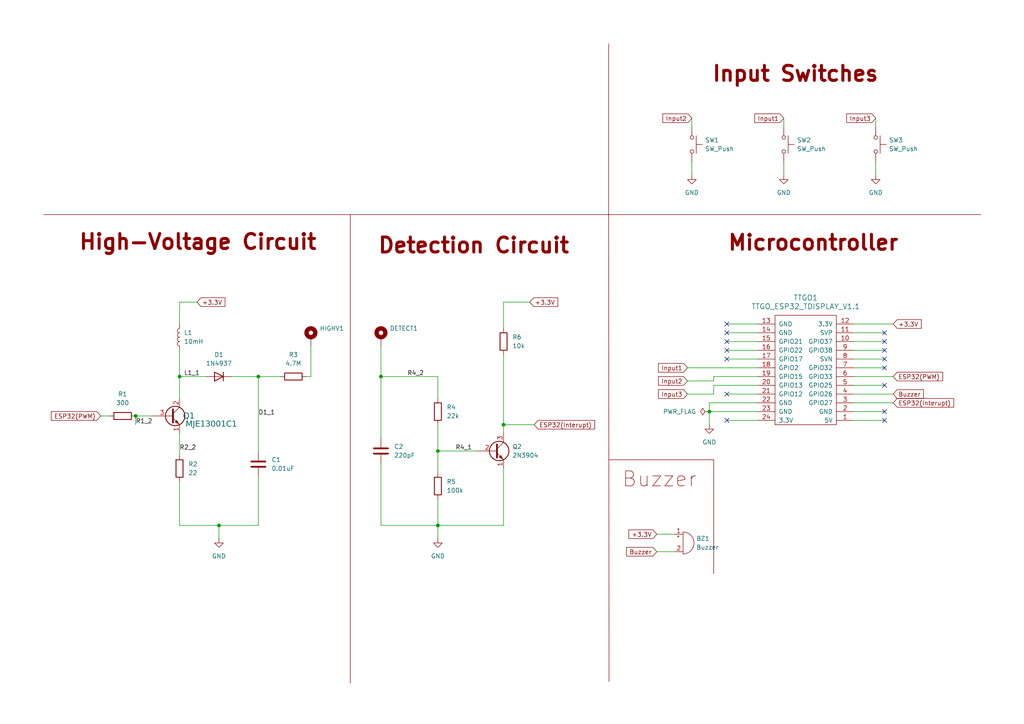
<source format=kicad_sch>
(kicad_sch (version 20231120) (generator "eeschema") (generator_version "8.0")
  (paper "A4")
  (title_block (title "OpenRad") (date "26-4-2024") (rev "1.1") (company "@OmarKhorshid,@M-run"))
  (lib_symbols
    (symbol "Device:Buzzer" (pin_names (offset 0.0254) hide)
      (property "Reference" "BZ" (at 3.81 1.27 0))
      (property "Value" "Buzzer" (at 3.81 -1.27 0))
      (symbol "Buzzer_0_1"
        (arc (start 0 -3.175) (mid 3.1612 0) (end 0 3.175))
        (polyline (pts (xy -1.651 1.905) (xy -1.143 1.905)))
        (polyline (pts (xy -1.397 2.159) (xy -1.397 1.651)))
        (polyline (pts (xy 0 3.175) (xy 0 -3.175)))
      )
      (symbol "Buzzer_1_1"
        (pin passive line (at -2.54 2.54 0) (length 2.54) (name "+") (number "1"))
        (pin passive line (at -2.54 -2.54 0) (length 2.54) (name "-") (number "2"))
      )
    )
    (symbol "Device:C" (pin_numbers hide) (pin_names (offset 0.254))
      (property "Reference" "C" (at 0.635 2.54 0))
      (property "Value" "C" (at 0.635 -2.54 0))
      (symbol "C_0_1"
        (polyline (pts (xy -2.032 -0.762) (xy 2.032 -0.762)) (stroke (width 0.508)))
        (polyline (pts (xy -2.032 0.762) (xy 2.032 0.762)) (stroke (width 0.508)))
      )
      (symbol "C_1_1"
        (pin passive line (at 0 3.81 270) (length 2.794) (name "~") (number "1"))
        (pin passive line (at 0 -3.81 90) (length 2.794) (name "~") (number "2"))
      )
    )
    (symbol "Device:L" (pin_numbers hide) (pin_names (offset 1.016) hide)
      (property "Reference" "L" (at -1.27 0 90))
      (property "Value" "L" (at 1.905 0 90))
      (symbol "L_0_1"
        (arc (start 0 -2.54) (mid 0.6323 -1.905) (end 0 -1.27))
        (arc (start 0 -1.27) (mid 0.6323 -0.635) (end 0 0))
        (arc (start 0 0) (mid 0.6323 0.635) (end 0 1.27))
        (arc (start 0 1.27) (mid 0.6323 1.905) (end 0 2.54))
      )
      (symbol "L_1_1"
        (pin passive line (at 0 3.81 270) (length 1.27) (name "1") (number "1"))
        (pin passive line (at 0 -3.81 90) (length 1.27) (name "2") (number "2"))
      )
    )
    (symbol "Device:R" (pin_numbers hide) (pin_names (offset 0))
      (property "Reference" "R" (at 2.032 0 90))
      (property "Value" "R" (at 0 0 90))
      (symbol "R_0_1"
        (rectangle (start -1.016 -2.54) (end 1.016 2.54) (stroke (width 0.254)))
      )
      (symbol "R_1_1"
        (pin passive line (at 0 3.81 270) (length 1.27) (name "~") (number "1"))
        (pin passive line (at 0 -3.81 90) (length 1.27) (name "~") (number "2"))
      )
    )
    (symbol "Diode:1N4001" (pin_numbers hide) (pin_names hide)
      (property "Reference" "D" (at 0 2.54 0))
      (property "Value" "1N4001" (at 0 -2.54 0))
      (symbol "1N4001_0_1"
        (polyline (pts (xy -1.27 1.27) (xy -1.27 -1.27)) (stroke (width 0.254)))
        (polyline (pts (xy 1.27 0) (xy -1.27 0)))
        (polyline (pts (xy 1.27 1.27) (xy 1.27 -1.27) (xy -1.27 0) (xy 1.27 1.27)) (stroke (width 0.254)))
      )
      (symbol "1N4001_1_1"
        (pin passive line (at -3.81 0 0) (length 2.54) (name "K") (number "1"))
        (pin passive line (at 3.81 0 180) (length 2.54) (name "A") (number "2"))
      )
    )
    (symbol "Mechanical:MountingHole_Pad" (pin_numbers hide) (pin_names (offset 1.016) hide) (exclude_from_sim yes) (in_bom no)
      (property "Reference" "H" (at 0 6.35 0))
      (property "Value" "MountingHole_Pad" (at 0 4.445 0))
      (symbol "MountingHole_Pad_0_1"
        (circle (center 0 1.27) (radius 1.27) (stroke (width 1.27)))
      )
      (symbol "MountingHole_Pad_1_1"
        (pin input line (at 0 -2.54 90) (length 2.54) (name "1") (number "1"))
      )
    )
    (symbol "Switch:SW_Push" (pin_numbers hide) (pin_names (offset 1.016) hide)
      (property "Reference" "SW" (at 1.27 2.54 0))
      (property "Value" "SW_Push" (at 0 -1.524 0))
      (symbol "SW_Push_0_1"
        (circle (center -2.032 0) (radius 0.508))
        (polyline (pts (xy 0 1.27) (xy 0 3.048)))
        (polyline (pts (xy 2.54 1.27) (xy -2.54 1.27)))
        (circle (center 2.032 0) (radius 0.508))
        (pin passive line (at -5.08 0 0) (length 2.54) (name "1") (number "1"))
        (pin passive line (at 5.08 0 180) (length 2.54) (name "2") (number "2"))
      )
    )
    (symbol "Transistor_BJT:2N3904" (pin_names (offset 0) hide)
      (property "Reference" "Q" (at 5.08 1.905 0))
      (property "Value" "2N3904" (at 5.08 0 0))
      (symbol "2N3904_0_1"
        (polyline (pts (xy 0.635 0.635) (xy 2.54 2.54)))
        (polyline (pts (xy 0.635 -0.635) (xy 2.54 -2.54) (xy 2.54 -2.54)))
        (polyline (pts (xy 0.635 1.905) (xy 0.635 -1.905) (xy 0.635 -1.905)) (stroke (width 0.508)))
        (polyline (pts (xy 1.27 -1.778) (xy 1.778 -1.27) (xy 2.286 -2.286) (xy 1.27 -1.778) (xy 1.27 -1.778)) (fill (type outline)))
        (circle (center 1.27 0) (radius 2.8194) (stroke (width 0.254)))
      )
      (symbol "2N3904_1_1"
        (pin passive line (at 2.54 -5.08 90) (length 2.54) (name "E") (number "1"))
        (pin passive line (at -5.08 0 0) (length 5.715) (name "B") (number "2"))
        (pin passive line (at 2.54 5.08 270) (length 2.54) (name "C") (number "3"))
      )
    )
    (symbol "Transistor_BJT:BF457" (pin_names (offset 0) hide)
      (property "Reference" "Q" (at 5.08 1.905 0))
      (property "Value" "BF457" (at 5.08 0 0))
      (symbol "BF457_0_1"
        (polyline (pts (xy 0 0) (xy 0.635 0)))
        (polyline (pts (xy 0.635 0.635) (xy 2.54 2.54)))
        (polyline (pts (xy 0.635 -0.635) (xy 2.54 -2.54) (xy 2.54 -2.54)))
        (polyline (pts (xy 0.635 1.905) (xy 0.635 -1.905) (xy 0.635 -1.905)) (stroke (width 0.508)))
        (polyline (pts (xy 1.27 -1.778) (xy 1.778 -1.27) (xy 2.286 -2.286) (xy 1.27 -1.778) (xy 1.27 -1.778)) (fill (type outline)))
        (circle (center 1.27 0) (radius 2.8194) (stroke (width 0.254)))
      )
      (symbol "BF457_1_1"
        (pin passive line (at 2.54 -5.08 90) (length 2.54) (name "E") (number "1"))
        (pin passive line (at 2.54 5.08 270) (length 2.54) (name "C") (number "2"))
        (pin input line (at -5.08 0 0) (length 5.08) (name "B") (number "3"))
      )
    )
    (symbol "power:GND" (power) (pin_numbers hide) (pin_names (offset 0) hide)
      (property "Value" "GND" (at 0 -3.81 0))
      (symbol "GND_0_1"
        (polyline (pts (xy 0 0) (xy 0 -1.27) (xy 1.27 -1.27) (xy 0 -2.54) (xy -1.27 -1.27) (xy 0 -1.27)))
      )
      (symbol "GND_1_1"
        (pin power_in line (at 0 0 270) (length 0) (name "~") (number "1"))
      )
    )
    (symbol "power:PWR_FLAG" (power) (pin_numbers hide) (pin_names (offset 0) hide)
      (property "Value" "PWR_FLAG" (at 0 3.81 0))
      (symbol "PWR_FLAG_0_0"
        (pin power_out line (at 0 0 90) (length 0) (name "~") (number "1"))
      )
      (symbol "PWR_FLAG_0_1"
        (polyline (pts (xy 0 0) (xy 0 1.27) (xy -1.016 1.905) (xy 0 2.54) (xy 1.016 1.905) (xy 0 1.27)))
      )
    )
    (symbol "ttgo_esp32:TTGO_ESP32_TDISPLAY_V1.1" (pin_names (offset 1.016))
      (property "Reference" "TTGO" (at 8.89 34.29 0))
      (property "Value" "TTGO_ESP32_TDISPLAY_V1.1" (at 8.89 -2.54 0))
      (symbol "TTGO_ESP32_TDISPLAY_V1.1_0_1"
        (rectangle (start 0 0) (end 17.78 31.75))
      )
      (symbol "TTGO_ESP32_TDISPLAY_V1.1_1_1"
        (pin power_out line (at 22.86 1.27 180) (length 5.08) (name "5V") (number "1"))
        (pin bidirectional line (at 22.86 24.13 180) (length 5.08) (name "GPIO37") (number "10"))
        (pin bidirectional line (at 22.86 26.67 180) (length 5.08) (name "SVP") (number "11"))
        (pin power_out line (at 22.86 29.21 180) (length 5.08) (name "3.3V") (number "12"))
        (pin power_in line (at -5.08 29.21 0) (length 5.08) (name "GND") (number "13"))
        (pin power_in line (at -5.08 26.67 0) (length 5.08) (name "GND") (number "14"))
        (pin bidirectional line (at -5.08 24.13 0) (length 5.08) (name "GPIO21") (number "15"))
        (pin bidirectional line (at -5.08 21.59 0) (length 5.08) (name "GPIO22") (number "16"))
        (pin bidirectional line (at -5.08 19.05 0) (length 5.08) (name "GPIO17") (number "17"))
        (pin bidirectional line (at -5.08 16.51 0) (length 5.08) (name "GPIO2") (number "18"))
        (pin bidirectional line (at -5.08 13.97 0) (length 5.08) (name "GPIO15") (number "19"))
        (pin power_in line (at 22.86 3.81 180) (length 5.08) (name "GND") (number "2"))
        (pin bidirectional line (at -5.08 11.43 0) (length 5.08) (name "GPIO13") (number "20"))
        (pin bidirectional line (at -5.08 8.89 0) (length 5.08) (name "GPIO12") (number "21"))
        (pin power_in line (at -5.08 6.35 0) (length 5.08) (name "GND") (number "22"))
        (pin power_in line (at -5.08 3.81 0) (length 5.08) (name "GND") (number "23"))
        (pin power_out line (at -5.08 1.27 0) (length 5.08) (name "3.3V") (number "24"))
        (pin bidirectional line (at 22.86 6.35 180) (length 5.08) (name "GPIO27") (number "3"))
        (pin bidirectional line (at 22.86 8.89 180) (length 5.08) (name "GPIO26") (number "4"))
        (pin bidirectional line (at 22.86 11.43 180) (length 5.08) (name "GPIO25") (number "5"))
        (pin bidirectional line (at 22.86 13.97 180) (length 5.08) (name "GPIO33") (number "6"))
        (pin bidirectional line (at 22.86 16.51 180) (length 5.08) (name "GPIO32") (number "7"))
        (pin bidirectional line (at 22.86 19.05 180) (length 5.08) (name "SVN") (number "8"))
        (pin bidirectional line (at 22.86 21.59 180) (length 5.08) (name "GPIO38") (number "9"))
      )
    )
  )
  (junction (at 127 152.4))
  (junction (at 205.74 119.38))
  (junction (at 52.07 109.22))
  (junction (at 110.49 109.22))
  (junction (at 146.05 123.19))
  (junction (at 74.93 109.22))
  (junction (at 39.37 120.65))
  (junction (at 127 130.81))
  (junction (at 63.5 152.4))
  (no_connect (at 210.82 114.3))
  (no_connect (at 256.54 96.52))
  (no_connect (at 210.82 99.06))
  (no_connect (at 256.54 121.92))
  (no_connect (at 256.54 119.38))
  (no_connect (at 256.54 104.14))
  (no_connect (at 210.82 101.6))
  (no_connect (at 256.54 111.76))
  (no_connect (at 256.54 101.6))
  (no_connect (at 210.82 96.52))
  (no_connect (at 210.82 93.98))
  (no_connect (at 210.82 104.14))
  (no_connect (at 256.54 99.06))
  (no_connect (at 256.54 106.68))
  (no_connect (at 210.82 121.92))
  (wire (pts (xy 210.82 121.92) (xy 219.71 121.92)))
  (wire (pts (xy 39.37 120.65) (xy 44.45 120.65)))
  (wire (pts (xy 127 152.4) (xy 127 144.78)))
  (wire (pts (xy 52.07 101.6) (xy 52.07 109.22)))
  (wire (pts (xy 247.65 106.68) (xy 256.54 106.68)))
  (wire (pts (xy 190.5 160.02) (xy 195.58 160.02)))
  (polyline (pts (xy 176.53 62.23) (xy 176.6443 197.6877)) (stroke (width 0) (color 136 0 0 1)))
  (wire (pts (xy 207.01 111.76) (xy 219.71 111.76)))
  (wire (pts (xy 199.39 114.3) (xy 207.01 114.3)))
  (wire (pts (xy 39.37 123.19) (xy 39.37 120.65)))
  (wire (pts (xy 247.65 121.92) (xy 256.54 121.92)))
  (wire (pts (xy 74.93 138.43) (xy 74.93 152.4)))
  (wire (pts (xy 127 123.19) (xy 127 130.81)))
  (wire (pts (xy 199.39 110.49) (xy 207.01 110.49)))
  (wire (pts (xy 127 156.21) (xy 127 152.4)))
  (wire (pts (xy 254 34.29) (xy 254 36.83)))
  (wire (pts (xy 247.65 114.3) (xy 259.08 114.3)))
  (polyline (pts (xy 12.7 62.23) (xy 176.53 62.23)) (stroke (width 0) (color 136 0 0 1)))
  (wire (pts (xy 247.65 104.14) (xy 256.54 104.14)))
  (wire (pts (xy 52.07 109.22) (xy 52.07 115.57)))
  (wire (pts (xy 247.65 99.06) (xy 256.54 99.06)))
  (wire (pts (xy 52.07 87.63) (xy 52.07 93.98)))
  (wire (pts (xy 110.49 100.33) (xy 110.49 109.22)))
  (wire (pts (xy 210.82 99.06) (xy 219.71 99.06)))
  (wire (pts (xy 57.15 87.63) (xy 52.07 87.63)))
  (wire (pts (xy 63.5 156.21) (xy 63.5 152.4)))
  (wire (pts (xy 247.65 101.6) (xy 256.54 101.6)))
  (wire (pts (xy 207.01 109.22) (xy 219.71 109.22)))
  (polyline (pts (xy 176.53 133.35) (xy 207.01 133.35)) (stroke (width 0) (color 136 0 0 1)))
  (wire (pts (xy 146.05 123.19) (xy 146.05 125.73)))
  (wire (pts (xy 227.33 50.8) (xy 227.33 46.99)))
  (wire (pts (xy 210.82 114.3) (xy 219.71 114.3)))
  (wire (pts (xy 74.93 109.22) (xy 67.31 109.22)))
  (wire (pts (xy 90.17 100.33) (xy 90.17 109.22)))
  (wire (pts (xy 254 46.99) (xy 254 50.8)))
  (polyline (pts (xy 101.6 62.23) (xy 101.6 198.12)) (stroke (width 0) (color 136 0 0 1)))
  (wire (pts (xy 127 152.4) (xy 146.05 152.4)))
  (wire (pts (xy 146.05 87.63) (xy 146.05 95.25)))
  (wire (pts (xy 29.21 120.65) (xy 31.75 120.65)))
  (polyline (pts (xy 284.48 62.23) (xy 176.53 62.23)) (stroke (width 0) (color 136 0 0 1)))
  (wire (pts (xy 227.33 34.29) (xy 227.33 36.83)))
  (wire (pts (xy 110.49 109.22) (xy 127 109.22)))
  (wire (pts (xy 247.65 116.84) (xy 259.08 116.84)))
  (wire (pts (xy 247.65 96.52) (xy 256.54 96.52)))
  (wire (pts (xy 59.69 109.22) (xy 52.07 109.22)))
  (wire (pts (xy 247.65 109.22) (xy 259.08 109.22)))
  (wire (pts (xy 127 130.81) (xy 127 137.16)))
  (wire (pts (xy 207.01 114.3) (xy 207.01 111.76)))
  (wire (pts (xy 247.65 119.38) (xy 256.54 119.38)))
  (wire (pts (xy 90.17 109.22) (xy 88.9 109.22)))
  (wire (pts (xy 74.93 152.4) (xy 63.5 152.4)))
  (wire (pts (xy 52.07 139.7) (xy 52.07 152.4)))
  (wire (pts (xy 110.49 152.4) (xy 127 152.4)))
  (wire (pts (xy 154.94 123.19) (xy 146.05 123.19)))
  (wire (pts (xy 205.74 119.38) (xy 219.71 119.38)))
  (wire (pts (xy 247.65 111.76) (xy 256.54 111.76)))
  (wire (pts (xy 127 109.22) (xy 127 115.57)))
  (wire (pts (xy 205.74 116.84) (xy 219.71 116.84)))
  (wire (pts (xy 205.74 116.84) (xy 205.74 119.38)))
  (wire (pts (xy 210.82 93.98) (xy 219.71 93.98)))
  (wire (pts (xy 190.5 154.94) (xy 195.58 154.94)))
  (wire (pts (xy 110.49 134.62) (xy 110.49 152.4)))
  (wire (pts (xy 207.01 110.49) (xy 207.01 109.22)))
  (wire (pts (xy 200.66 34.29) (xy 200.66 36.83)))
  (wire (pts (xy 205.74 119.38) (xy 205.74 123.19)))
  (wire (pts (xy 247.65 93.98) (xy 259.08 93.98)))
  (wire (pts (xy 210.82 104.14) (xy 219.71 104.14)))
  (wire (pts (xy 210.82 96.52) (xy 219.71 96.52)))
  (wire (pts (xy 153.67 87.63) (xy 146.05 87.63)))
  (wire (pts (xy 52.07 125.73) (xy 52.07 132.08)))
  (wire (pts (xy 127 130.81) (xy 138.43 130.81)))
  (wire (pts (xy 200.66 50.8) (xy 200.66 46.99)))
  (wire (pts (xy 199.39 106.68) (xy 219.71 106.68)))
  (wire (pts (xy 74.93 130.81) (xy 74.93 109.22)))
  (polyline (pts (xy 176.53 12.7) (xy 176.53 62.23)) (stroke (width 0) (color 136 0 0 1)))
  (polyline (pts (xy 207.01 133.35) (xy 207.01 166.37)) (stroke (width 0) (color 136 0 0 1)))
  (wire (pts (xy 146.05 135.89) (xy 146.05 152.4)))
  (wire (pts (xy 210.82 101.6) (xy 219.71 101.6)))
  (wire (pts (xy 110.49 127) (xy 110.49 109.22)))
  (wire (pts (xy 52.07 152.4) (xy 63.5 152.4)))
  (wire (pts (xy 81.28 109.22) (xy 74.93 109.22)))
  (wire (pts (xy 146.05 102.87) (xy 146.05 123.19)))
  (text "Input Switches" (at 206.248 19.05 0) (effects (font (size 4.3434 4.3434) (thickness 0.8687) (bold yes)) (justify left top)))
  (text "Buzzer" (at 180.34 136.6266 0) (effects (font (size 4.3434 4.3434)) (justify left top)))
  (text "Microcontroller" (at 210.82 68.0466 0) (effects (font (size 4.3434 4.3434) (thickness 0.8687) (bold yes)) (justify left top)))
  (text "High-Voltage Circuit" (at 57.404 67.818 0) (effects (font (size 4.3434 4.3434) (thickness 0.8687) (bold yes)) (justify top)))
  (text "Detection Circuit" (at 137.414 71.374 0) (effects (font (size 4.3434 4.3434) (thickness 0.8687) (bold yes))))
  (label "R1_2" (at 39.37 123.19 0))
  (label "R2_2" (at 52.07 130.81 0))
  (label "L1_1" (at 53.34 109.22 0))
  (label "R4_1" (at 132.08 130.81 0))
  (label "D1_1" (at 74.93 120.65 0))
  (label "R4_2" (at 118.11 109.22 0))
  (global_label "Input2" (shape input) (at 200.66 34.29 180) (property "Intersheetrefs" "${INTERSHEET_REFS}" (effects (hide yes))))
  (global_label "Input3" (shape input) (at 254 34.29 180) (property "Intersheetrefs" "${INTERSHEET_REFS}" (effects (hide yes))))
  (global_label "+3.3V" (shape input) (at 153.67 87.63 0) (property "Intersheetrefs" "${INTERSHEET_REFS}" (effects (hide yes))))
  (global_label "Input2" (shape input) (at 199.39 110.49 180) (property "Intersheetrefs" "${INTERSHEET_REFS}" (effects (hide yes))))
  (global_label "Input1" (shape input) (at 227.33 34.29 180) (property "Intersheetrefs" "${INTERSHEET_REFS}" (effects (hide yes))))
  (global_label "ESP32(PWM)" (shape input) (at 259.08 109.22 0) (property "Intersheetrefs" "${INTERSHEET_REFS}" (effects (hide yes))))
  (global_label "ESP32(Interupt)" (shape input) (at 154.94 123.19 0) (property "Intersheetrefs" "${INTERSHEET_REFS}" (effects (hide yes))))
  (global_label "ESP32(Interupt)" (shape input) (at 259.08 116.84 0) (property "Intersheetrefs" "${INTERSHEET_REFS}" (effects (hide yes))))
  (global_label "Input1" (shape input) (at 199.39 106.68 180) (property "Intersheetrefs" "${INTERSHEET_REFS}" (effects (hide yes))))
  (global_label "Input3" (shape input) (at 199.39 114.3 180) (property "Intersheetrefs" "${INTERSHEET_REFS}" (effects (hide yes))))
  (global_label "+3.3V" (shape input) (at 57.15 87.63 0) (property "Intersheetrefs" "${INTERSHEET_REFS}" (effects (hide yes))))
  (global_label "Buzzer" (shape input) (at 259.08 114.3 0) (property "Intersheetrefs" "${INTERSHEET_REFS}" (effects (hide yes))))
  (global_label "+3.3V" (shape input) (at 190.5 154.94 180) (property "Intersheetrefs" "${INTERSHEET_REFS}" (effects (hide yes))))
  (global_label "Buzzer" (shape input) (at 190.5 160.02 180) (property "Intersheetrefs" "${INTERSHEET_REFS}" (effects (hide yes))))
  (global_label "ESP32(PWM)" (shape input) (at 29.21 120.65 180) (property "Intersheetrefs" "${INTERSHEET_REFS}" (effects (hide yes))))
  (global_label "+3.3V" (shape input) (at 259.08 93.98 0) (property "Intersheetrefs" "${INTERSHEET_REFS}" (effects (hide yes))))
  (symbol (lib_id "Mechanical:MountingHole_Pad") (at 110.49 97.79 0) (unit 1) (exclude_from_sim yes) (in_bom no)
    (property "Reference" "DETECT1" (at 113.03 95.2499 0) (effects (justify left)))
    (property "Value" "DETECT" (effects (hide yes)))
    (property "Footprint" "Super_extra:PAD_7X4" (effects (hide yes)))
  )
  (symbol (lib_id "Switch:SW_Push") (at 254 41.91 270) (unit 1)
    (property "Reference" "SW3" (at 257.81 40.6399 90) (effects (justify left)))
    (property "Value" "SW_Push" (at 257.81 43.1799 90) (effects (justify left)))
    (property "Footprint" "Button_Switch_THT:SW_PUSH_6mm_H13mm" (effects (hide yes)))
    (property "Description" "Push button switch, generic, two pins" (effects (hide yes)))
  )
  (symbol (lib_id "Device:C") (at 110.49 130.81 0) (unit 1)
    (property "Reference" "C2" (at 114.3 129.5399 0) (effects (justify left)))
    (property "Value" "220pF" (at 114.3 132.0799 0) (effects (justify left)))
    (property "Footprint" "Capacitor_THT:C_Rect_L18.0mm_W5.0mm_P15.00mm_FKS3_FKP3" (effects (hide yes)))
    (property "Description" "Unpolarized capacitor" (effects (hide yes)))
  )
  (symbol (lib_id "Diode:1N4001") (at 63.5 109.22 180) (unit 1)
    (property "Reference" "D1" (at 63.5 102.87 0))
    (property "Value" "1N4937" (at 63.5 105.41 0))
    (property "Footprint" "Diode_THT:D_DO-41_SOD81_P10.16mm_Horizontal" (effects (hide yes)))
    (property "Sim.Device" "D" (effects (hide yes)))
    (property "Sim.Pins" "1=K 2=A" (effects (hide yes)))
  )
  (symbol (lib_id "Switch:SW_Push") (at 200.66 41.91 270) (unit 1)
    (property "Reference" "SW1" (at 204.47 40.6399 90) (effects (justify left)))
    (property "Value" "SW_Push" (at 204.47 43.1799 90) (effects (justify left)))
    (property "Footprint" "Button_Switch_THT:SW_PUSH_6mm_H13mm" (effects (hide yes)))
    (property "Description" "Push button switch, generic, two pins" (effects (hide yes)))
  )
  (symbol (lib_id "Device:R") (at 127 119.38 0) (unit 1)
    (property "Reference" "R4" (at 129.54 118.1099 0) (effects (justify left)))
    (property "Value" "22k" (at 129.54 120.6499 0) (effects (justify left)))
    (property "Footprint" "Resistor_THT:R_Axial_DIN0207_L6.3mm_D2.5mm_P10.16mm_Horizontal" (effects (hide yes)))
    (property "Description" "Resistor" (effects (hide yes)))
  )
  (symbol (lib_id "Device:R") (at 52.07 135.89 0) (unit 1)
    (property "Reference" "R2" (at 54.61 134.6199 0) (effects (justify left)))
    (property "Value" "22" (at 54.61 137.1599 0) (effects (justify left)))
    (property "Footprint" "Resistor_THT:R_Axial_DIN0207_L6.3mm_D2.5mm_P10.16mm_Horizontal" (effects (hide yes)))
    (property "Description" "Resistor" (effects (hide yes)))
  )
  (symbol (lib_id "power:GND") (at 63.5 156.21 0) (unit 1)
    (property "Reference" "#PWR01" (effects (hide yes)))
    (property "Value" "GND" (at 63.5 161.29 0))
    (property "Description" "Power symbol creates a global label with name \"GND\" , ground" (effects (hide yes)))
  )
  (symbol (lib_id "Device:L") (at 52.07 97.79 180) (unit 1)
    (property "Reference" "L1" (at 53.34 96.5199 0) (effects (justify right)))
    (property "Value" "10mH" (at 53.34 99.0599 0) (effects (justify right)))
    (property "Footprint" "Inductor_THT:L_Axial_L14.0mm_D4.5mm_P15.24mm_Horizontal_Fastron_LACC" (effects (hide yes)))
    (property "Description" "Inductor" (effects (hide yes)))
  )
  (symbol (lib_id "Switch:SW_Push") (at 227.33 41.91 270) (unit 1)
    (property "Reference" "SW2" (at 231.14 40.6399 90) (effects (justify left)))
    (property "Value" "SW_Push" (at 231.14 43.1799 90) (effects (justify left)))
    (property "Footprint" "Button_Switch_THT:SW_PUSH_6mm_H13mm" (effects (hide yes)))
    (property "Description" "Push button switch, generic, two pins" (effects (hide yes)))
  )
  (symbol (lib_id "power:GND") (at 205.74 123.19 0) (unit 1)
    (property "Reference" "#PWR03" (effects (hide yes)))
    (property "Value" "GND" (at 205.74 128.27 0))
    (property "Description" "Power symbol creates a global label with name \"GND\" , ground" (effects (hide yes)))
  )
  (symbol (lib_id "power:GND") (at 227.33 50.8 0) (unit 1)
    (property "Reference" "#PWR05" (effects (hide yes)))
    (property "Value" "GND" (at 227.33 55.88 0))
    (property "Description" "Power symbol creates a global label with name \"GND\" , ground" (effects (hide yes)))
  )
  (symbol (lib_id "Device:R") (at 146.05 99.06 0) (unit 1)
    (property "Reference" "R6" (at 148.59 97.7899 0) (effects (justify left)))
    (property "Value" "10k" (at 148.59 100.3299 0) (effects (justify left)))
    (property "Footprint" "Resistor_THT:R_Axial_DIN0207_L6.3mm_D2.5mm_P10.16mm_Horizontal" (effects (hide yes)))
    (property "Description" "Resistor" (effects (hide yes)))
  )
  (symbol (lib_id "Transistor_BJT:2N3904") (at 143.51 130.81 0) (unit 1)
    (property "Reference" "Q2" (at 148.59 129.5399 0) (effects (justify left)))
    (property "Value" "2N3904" (at 148.59 132.0799 0) (effects (justify left)))
    (property "Footprint" "Package_TO_SOT_THT:TO-92_Inline" (effects (hide yes)))
  )
  (symbol (lib_id "ttgo_esp32:TTGO_ESP32_TDISPLAY_V1.1") (at 224.79 123.19 0) (unit 1)
    (property "Reference" "TTGO1" (at 233.68 86.36 0) (effects (font (size 1.524 1.524))))
    (property "Value" "TTGO_ESP32_TDISPLAY_V1.1" (at 233.68 88.9 0) (effects (font (size 1.524 1.524))))
    (property "Footprint" "extras:TTGO_ESP32_TDisplay_v1.1" (effects (hide yes)))
  )
  (symbol (lib_id "Device:Buzzer") (at 198.12 157.48 0) (unit 1)
    (property "Reference" "BZ1" (at 201.93 156.2099 0) (effects (justify left)))
    (property "Value" "Buzzer" (at 201.93 158.7499 0) (effects (justify left)))
    (property "Footprint" "Buzzer_Beeper:Buzzer_12x9.5RM7.6" (effects (hide yes)))
    (property "Description" "Buzzer, polarized" (effects (hide yes)))
  )
  (symbol (lib_id "power:PWR_FLAG") (at 205.74 119.38 90) (unit 1)
    (property "Reference" "#FLG02" (effects (hide yes)))
    (property "Value" "PWR_FLAG" (at 201.93 119.3799 90) (effects (justify left)))
    (property "Description" "Special symbol for telling ERC where power comes from" (effects (hide yes)))
  )
  (symbol (lib_id "Device:R") (at 35.56 120.65 90) (unit 1)
    (property "Reference" "R1" (at 35.56 114.3 90))
    (property "Value" "300" (at 35.56 116.84 90))
    (property "Footprint" "Resistor_THT:R_Axial_DIN0207_L6.3mm_D2.5mm_P10.16mm_Horizontal" (effects (hide yes)))
    (property "Description" "Resistor" (effects (hide yes)))
  )
  (symbol (lib_id "Mechanical:MountingHole_Pad") (at 90.17 97.79 0) (unit 1) (exclude_from_sim yes) (in_bom no)
    (property "Reference" "HIGHV1" (at 92.71 95.2499 0) (effects (justify left)))
    (property "Value" "HIGHV" (effects (hide yes)))
    (property "Footprint" "Super_extra:PAD_7X4" (effects (hide yes)))
  )
  (symbol (lib_id "Transistor_BJT:BF457") (at 49.53 120.65 0) (unit 1)
    (property "Reference" "Q1" (at 53.086 119.7737 0) (effects (font (size 1.6891 1.6891)) (justify left top)))
    (property "Value" "MJE13001C1" (at 53.086 122.0597 0) (effects (font (size 1.6891 1.6891)) (justify left top)))
    (property "Footprint" "Package_TO_SOT_THT:TO-92_Inline" (effects (hide yes)))
  )
  (symbol (lib_id "power:GND") (at 200.66 50.8 0) (unit 1)
    (property "Reference" "#PWR04" (effects (hide yes)))
    (property "Value" "GND" (at 200.66 55.88 0))
    (property "Description" "Power symbol creates a global label with name \"GND\" , ground" (effects (hide yes)))
  )
  (symbol (lib_id "Device:R") (at 85.09 109.22 90) (unit 1)
    (property "Reference" "R3" (at 85.09 102.87 90))
    (property "Value" "4.7M" (at 85.09 105.41 90))
    (property "Footprint" "Resistor_THT:R_Axial_DIN0414_L11.9mm_D4.5mm_P15.24mm_Horizontal" (effects (hide yes)))
    (property "Description" "Resistor" (effects (hide yes)))
  )
  (symbol (lib_id "Device:C") (at 74.93 134.62 0) (unit 1)
    (property "Reference" "C1" (at 78.74 133.3499 0) (effects (justify left)))
    (property "Value" "0.01uF" (at 78.74 135.8899 0) (effects (justify left)))
    (property "Footprint" "Capacitor_THT:C_Rect_L18.0mm_W5.0mm_P15.00mm_FKS3_FKP3" (effects (hide yes)))
    (property "Description" "Unpolarized capacitor" (effects (hide yes)))
  )
  (symbol (lib_id "power:GND") (at 254 50.8 0) (unit 1)
    (property "Reference" "#PWR06" (effects (hide yes)))
    (property "Value" "GND" (at 254 55.88 0))
    (property "Description" "Power symbol creates a global label with name \"GND\" , ground" (effects (hide yes)))
  )
  (symbol (lib_id "power:GND") (at 127 156.21 0) (unit 1)
    (property "Reference" "#PWR02" (effects (hide yes)))
    (property "Value" "GND" (at 127 161.29 0))
    (property "Description" "Power symbol creates a global label with name \"GND\" , ground" (effects (hide yes)))
  )
  (symbol (lib_id "Device:R") (at 127 140.97 0) (unit 1)
    (property "Reference" "R5" (at 129.54 139.6999 0) (effects (justify left)))
    (property "Value" "100k" (at 129.54 142.2399 0) (effects (justify left)))
    (property "Footprint" "Resistor_THT:R_Axial_DIN0207_L6.3mm_D2.5mm_P10.16mm_Horizontal" (effects (hide yes)))
    (property "Description" "Resistor" (effects (hide yes)))
  )
)
</source>
